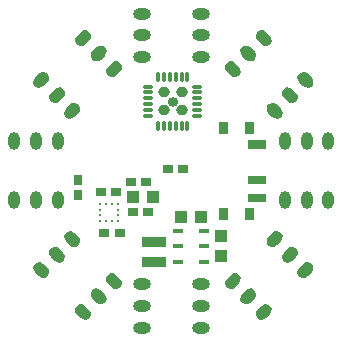
<source format=gtp>
G04 DipTrace 2.4.0.2*
%INcircle.gtp*%
%MOMM*%
%ADD19O,0.86X0.85*%
%ADD21O,0.973X0.96*%
%ADD23O,0.28X1.0*%
%ADD24O,1.0X0.28*%
%ADD28R,0.9X0.4*%
%ADD31O,1.5X1.0*%
%ADD32R,1.0X1.1*%
%ADD33R,1.1X1.0*%
%ADD34R,2.0X0.85*%
%ADD36O,1.0X1.5*%
%ADD39R,0.9X0.7*%
%ADD40R,0.7X0.9*%
%ADD41R,0.275X0.25*%
%ADD42R,0.25X0.275*%
%FSLAX53Y53*%
G04*
G71*
G90*
G75*
G01*
%LNTopPaste*%
%LPD*%
D19*
X26734Y32339D3*
D21*
X25961Y31601D3*
X27524Y31591D3*
X25971Y33134D3*
X27528Y33144D3*
D23*
X25488Y30311D3*
X25988D3*
X26488D3*
X26988D3*
X27488D3*
X27988D3*
D24*
X28788Y31111D3*
Y31611D3*
Y32111D3*
Y32611D3*
Y33111D3*
Y33611D3*
D23*
X27988Y34411D3*
X27488D3*
X26988D3*
X26488D3*
X25988D3*
X25488D3*
D24*
X24688Y33611D3*
Y33111D3*
Y32611D3*
Y32111D3*
Y31611D3*
Y31111D3*
D28*
X29390Y18777D3*
Y20077D3*
Y21377D3*
X27190D3*
Y20077D3*
Y18777D3*
D31*
X24118Y39794D3*
Y37944D3*
Y36094D3*
X29118D3*
Y37944D3*
Y39794D3*
D32*
X30825Y19247D3*
Y20947D3*
D33*
X27452Y22559D3*
X29152D3*
D34*
X25131Y18722D3*
Y20422D3*
G36*
X34268Y37193D2*
X34456Y37074D1*
X34677Y37049D1*
X34887Y37123D1*
X35045Y37280D1*
X35118Y37490D1*
X35093Y37711D1*
X34975Y37900D1*
X34621Y38253D1*
X34433Y38372D1*
X34212Y38397D1*
X34002Y38323D1*
X33844Y38166D1*
X33771Y37956D1*
X33796Y37735D1*
X33914Y37546D1*
X34268Y37193D1*
G37*
G36*
X32960Y35884D2*
X33148Y35766D1*
X33369Y35741D1*
X33579Y35815D1*
X33736Y35972D1*
X33810Y36182D1*
X33785Y36403D1*
X33667Y36592D1*
X33313Y36945D1*
X33125Y37064D1*
X32904Y37088D1*
X32693Y37015D1*
X32536Y36858D1*
X32463Y36648D1*
X32488Y36426D1*
X32606Y36238D1*
X32960Y35884D1*
G37*
G36*
X31651Y34576D2*
X31840Y34458D1*
X32061Y34433D1*
X32271Y34507D1*
X32428Y34664D1*
X32502Y34874D1*
X32477Y35095D1*
X32358Y35283D1*
X32005Y35637D1*
X31817Y35755D1*
X31595Y35780D1*
X31385Y35707D1*
X31228Y35549D1*
X31155Y35339D1*
X31179Y35118D1*
X31298Y34930D1*
X31651Y34576D1*
G37*
G36*
X35187Y31041D2*
X35375Y30922D1*
X35596Y30897D1*
X35806Y30971D1*
X35964Y31128D1*
X36037Y31338D1*
X36012Y31559D1*
X35894Y31748D1*
X35540Y32101D1*
X35352Y32220D1*
X35131Y32245D1*
X34921Y32171D1*
X34764Y32014D1*
X34690Y31804D1*
X34715Y31583D1*
X34833Y31394D1*
X35187Y31041D1*
G37*
G36*
X36495Y32349D2*
X36683Y32231D1*
X36905Y32206D1*
X37115Y32279D1*
X37272Y32436D1*
X37345Y32647D1*
X37321Y32868D1*
X37202Y33056D1*
X36849Y33410D1*
X36660Y33528D1*
X36439Y33553D1*
X36229Y33479D1*
X36072Y33322D1*
X35998Y33112D1*
X36023Y32891D1*
X36141Y32703D1*
X36495Y32349D1*
G37*
G36*
X37803Y33657D2*
X37992Y33539D1*
X38213Y33514D1*
X38423Y33587D1*
X38580Y33745D1*
X38654Y33955D1*
X38629Y34176D1*
X38510Y34364D1*
X38157Y34718D1*
X37968Y34836D1*
X37747Y34861D1*
X37537Y34788D1*
X37380Y34630D1*
X37306Y34420D1*
X37331Y34199D1*
X37450Y34011D1*
X37803Y33657D1*
G37*
D36*
X39927Y28985D3*
X38077D3*
X36227D3*
Y23985D3*
X38077D3*
X39927D3*
G36*
X37450Y18252D2*
X37331Y18064D1*
X37306Y17843D1*
X37380Y17633D1*
X37537Y17476D1*
X37747Y17402D1*
X37968Y17427D1*
X38157Y17545D1*
X38510Y17899D1*
X38629Y18087D1*
X38654Y18308D1*
X38580Y18518D1*
X38423Y18676D1*
X38213Y18749D1*
X37992Y18724D1*
X37803Y18606D1*
X37450Y18252D1*
G37*
G36*
X36141Y19561D2*
X36023Y19372D1*
X35998Y19151D1*
X36072Y18941D1*
X36229Y18784D1*
X36439Y18710D1*
X36660Y18735D1*
X36849Y18853D1*
X37202Y19207D1*
X37321Y19395D1*
X37345Y19617D1*
X37272Y19827D1*
X37115Y19984D1*
X36905Y20057D1*
X36683Y20033D1*
X36495Y19914D1*
X36141Y19561D1*
G37*
G36*
X34833Y20869D2*
X34715Y20680D1*
X34690Y20459D1*
X34764Y20249D1*
X34921Y20092D1*
X35131Y20018D1*
X35352Y20043D1*
X35540Y20162D1*
X35894Y20515D1*
X36012Y20704D1*
X36037Y20925D1*
X35964Y21135D1*
X35806Y21292D1*
X35596Y21366D1*
X35375Y21341D1*
X35187Y21222D1*
X34833Y20869D1*
G37*
G36*
X31298Y17333D2*
X31179Y17145D1*
X31154Y16924D1*
X31228Y16714D1*
X31385Y16556D1*
X31595Y16483D1*
X31816Y16508D1*
X32005Y16626D1*
X32358Y16980D1*
X32477Y17168D1*
X32502Y17389D1*
X32428Y17599D1*
X32271Y17757D1*
X32061Y17830D1*
X31840Y17805D1*
X31651Y17687D1*
X31298Y17333D1*
G37*
G36*
X32606Y16025D2*
X32488Y15837D1*
X32463Y15616D1*
X32536Y15405D1*
X32693Y15248D1*
X32904Y15175D1*
X33125Y15200D1*
X33313Y15318D1*
X33667Y15672D1*
X33785Y15860D1*
X33810Y16081D1*
X33736Y16291D1*
X33579Y16448D1*
X33369Y16522D1*
X33148Y16497D1*
X32960Y16379D1*
X32606Y16025D1*
G37*
G36*
X33914Y14717D2*
X33796Y14529D1*
X33771Y14307D1*
X33844Y14097D1*
X34002Y13940D1*
X34212Y13867D1*
X34433Y13891D1*
X34621Y14010D1*
X34975Y14363D1*
X35093Y14552D1*
X35118Y14773D1*
X35045Y14983D1*
X34887Y15140D1*
X34677Y15214D1*
X34456Y15189D1*
X34268Y15070D1*
X33914Y14717D1*
G37*
D31*
X29118Y13176D3*
Y15026D3*
Y16876D3*
X24118D3*
Y15026D3*
Y13176D3*
G36*
X19334Y15070D2*
X19146Y15189D1*
X18925Y15214D1*
X18715Y15140D1*
X18558Y14983D1*
X18484Y14773D1*
X18509Y14552D1*
X18627Y14363D1*
X18981Y14010D1*
X19169Y13891D1*
X19390Y13867D1*
X19600Y13940D1*
X19758Y14097D1*
X19831Y14307D1*
X19806Y14529D1*
X19688Y14717D1*
X19334Y15070D1*
G37*
G36*
X20643Y16379D2*
X20454Y16497D1*
X20233Y16522D1*
X20023Y16448D1*
X19866Y16291D1*
X19792Y16081D1*
X19817Y15860D1*
X19935Y15672D1*
X20289Y15318D1*
X20477Y15200D1*
X20699Y15175D1*
X20909Y15248D1*
X21066Y15405D1*
X21139Y15616D1*
X21115Y15837D1*
X20996Y16025D1*
X20643Y16379D1*
G37*
G36*
X21951Y17687D2*
X21762Y17805D1*
X21541Y17830D1*
X21331Y17757D1*
X21174Y17599D1*
X21100Y17389D1*
X21125Y17168D1*
X21244Y16980D1*
X21597Y16626D1*
X21786Y16508D1*
X22007Y16483D1*
X22217Y16556D1*
X22374Y16714D1*
X22448Y16924D1*
X22423Y17145D1*
X22304Y17333D1*
X21951Y17687D1*
G37*
G36*
X18415Y21222D2*
X18227Y21341D1*
X18006Y21366D1*
X17796Y21292D1*
X17638Y21135D1*
X17565Y20925D1*
X17590Y20704D1*
X17708Y20515D1*
X18062Y20162D1*
X18250Y20043D1*
X18471Y20018D1*
X18681Y20092D1*
X18839Y20249D1*
X18912Y20459D1*
X18887Y20680D1*
X18769Y20869D1*
X18415Y21222D1*
G37*
G36*
X17107Y19914D2*
X16919Y20033D1*
X16698Y20057D1*
X16487Y19984D1*
X16330Y19827D1*
X16257Y19617D1*
X16282Y19395D1*
X16400Y19207D1*
X16754Y18853D1*
X16942Y18735D1*
X17163Y18710D1*
X17373Y18784D1*
X17530Y18941D1*
X17604Y19151D1*
X17579Y19372D1*
X17461Y19561D1*
X17107Y19914D1*
G37*
G36*
X15799Y18606D2*
X15611Y18724D1*
X15389Y18749D1*
X15179Y18676D1*
X15022Y18518D1*
X14949Y18308D1*
X14973Y18087D1*
X15092Y17899D1*
X15445Y17545D1*
X15634Y17427D1*
X15855Y17402D1*
X16065Y17476D1*
X16222Y17633D1*
X16296Y17843D1*
X16271Y18064D1*
X16152Y18252D1*
X15799Y18606D1*
G37*
D36*
X13309Y23985D3*
X15159D3*
X17009D3*
Y28985D3*
X15159D3*
X13309D3*
G36*
X16152Y34011D2*
X16271Y34199D1*
X16296Y34420D1*
X16222Y34630D1*
X16065Y34788D1*
X15855Y34861D1*
X15634Y34836D1*
X15445Y34718D1*
X15092Y34364D1*
X14973Y34176D1*
X14949Y33955D1*
X15022Y33745D1*
X15179Y33587D1*
X15389Y33514D1*
X15611Y33539D1*
X15799Y33657D1*
X16152Y34011D1*
G37*
G36*
X17461Y32703D2*
X17579Y32891D1*
X17604Y33112D1*
X17530Y33322D1*
X17373Y33479D1*
X17163Y33553D1*
X16942Y33528D1*
X16754Y33410D1*
X16400Y33056D1*
X16282Y32868D1*
X16257Y32647D1*
X16330Y32436D1*
X16487Y32279D1*
X16698Y32206D1*
X16919Y32231D1*
X17107Y32349D1*
X17461Y32703D1*
G37*
G36*
X18769Y31394D2*
X18887Y31583D1*
X18912Y31804D1*
X18839Y32014D1*
X18681Y32171D1*
X18471Y32245D1*
X18250Y32220D1*
X18062Y32101D1*
X17708Y31748D1*
X17590Y31560D1*
X17565Y31338D1*
X17638Y31128D1*
X17796Y30971D1*
X18006Y30898D1*
X18227Y30922D1*
X18415Y31041D1*
X18769Y31394D1*
G37*
G36*
X22304Y34930D2*
X22423Y35118D1*
X22448Y35339D1*
X22374Y35549D1*
X22217Y35707D1*
X22007Y35780D1*
X21786Y35755D1*
X21597Y35637D1*
X21244Y35283D1*
X21125Y35095D1*
X21100Y34874D1*
X21174Y34664D1*
X21331Y34507D1*
X21541Y34433D1*
X21762Y34458D1*
X21951Y34576D1*
X22304Y34930D1*
G37*
G36*
X20996Y36238D2*
X21115Y36426D1*
X21139Y36648D1*
X21066Y36858D1*
X20909Y37015D1*
X20699Y37088D1*
X20477Y37064D1*
X20289Y36945D1*
X19935Y36592D1*
X19817Y36403D1*
X19792Y36182D1*
X19866Y35972D1*
X20023Y35815D1*
X20233Y35741D1*
X20454Y35766D1*
X20643Y35884D1*
X20996Y36238D1*
G37*
G36*
X19688Y37546D2*
X19806Y37735D1*
X19831Y37956D1*
X19758Y38166D1*
X19600Y38323D1*
X19390Y38397D1*
X19169Y38372D1*
X18981Y38253D1*
X18627Y37900D1*
X18509Y37711D1*
X18484Y37490D1*
X18558Y37280D1*
X18715Y37123D1*
X18925Y37049D1*
X19146Y37074D1*
X19334Y37193D1*
X19688Y37546D1*
G37*
G36*
X32844Y30604D2*
X33644D1*
Y29604D1*
X32844D1*
Y30604D1*
G37*
G36*
X30644D2*
X31444D1*
Y29604D1*
X30644D1*
Y30604D1*
G37*
G36*
Y23304D2*
X31444D1*
Y22304D1*
X30644D1*
Y23304D1*
G37*
G36*
X32844D2*
X33644D1*
Y22304D1*
X32844D1*
Y23304D1*
G37*
G36*
X33144Y24554D2*
X34644D1*
Y23854D1*
X33144D1*
Y24554D1*
G37*
G36*
Y26054D2*
X34644D1*
Y25354D1*
X33144D1*
Y26054D1*
G37*
G36*
Y29054D2*
X34644D1*
Y28354D1*
X33144D1*
Y29054D1*
G37*
D39*
X26344Y26658D3*
X27644D3*
D40*
X18732Y24398D3*
Y25698D3*
D39*
X20644Y24714D3*
X21944D3*
X20961Y21225D3*
X22261D3*
X23183Y25550D3*
X24483D3*
X23346Y23023D3*
X24646D3*
D33*
X23338Y24280D3*
X25038D3*
D41*
X20602Y23696D3*
Y23196D3*
Y22696D3*
Y22196D3*
D42*
X21102D3*
X21602D3*
D41*
X22102D3*
Y22696D3*
Y23196D3*
Y23696D3*
D42*
X21602D3*
X21102D3*
M02*

</source>
